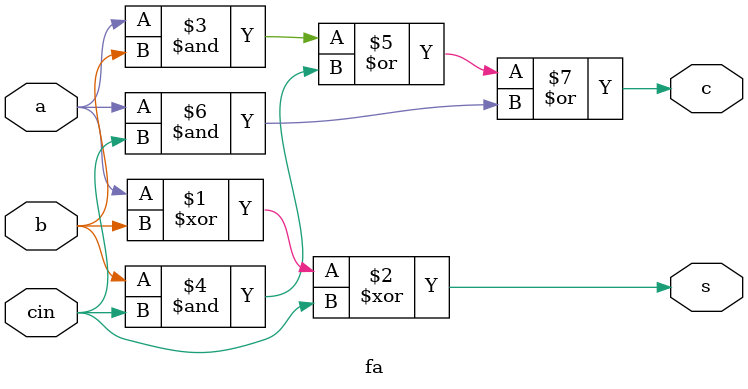
<source format=sv>
module fa_tb;
  
  reg a,b,cin;
  wire s,c;
  fa fa1(a,b,cin,s,c);
  initial
    begin
      $monitor("Time=%d\ta=%b\tb=%b\tcin=%b\ts=%b\tc=%b",$time,a,b,cin,s,c);
      a=0;
      b=0;
      cin=0;
      #10 a=1;
      #10 b=1;
      #10 cin=1;
      #10 $stop;
    end
endmodule

  //design 
module fa(a,b,cin,s,c);
  input a,b,cin;
  output s,c;
  assign s=a^b^cin;
  assign c=a&b | b&cin | a&cin;
endmodule

</source>
